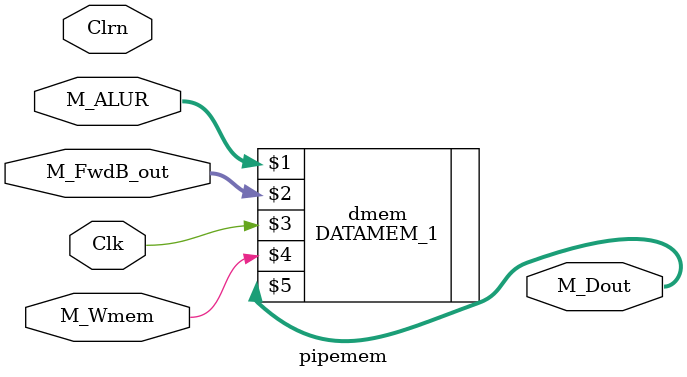
<source format=v>
`timescale 1ns / 1ps
module pipemem(Clk,Clrn,M_Wmem,M_ALUR,M_FwdB_out,M_Dout);
    input Clk,Clrn;
    input M_Wmem;
    input [31:0]M_ALUR,M_FwdB_out;
    output [31:0]M_Dout;
    DATAMEM_1 dmem(M_ALUR,M_FwdB_out,Clk,M_Wmem,M_Dout);
endmodule

</source>
